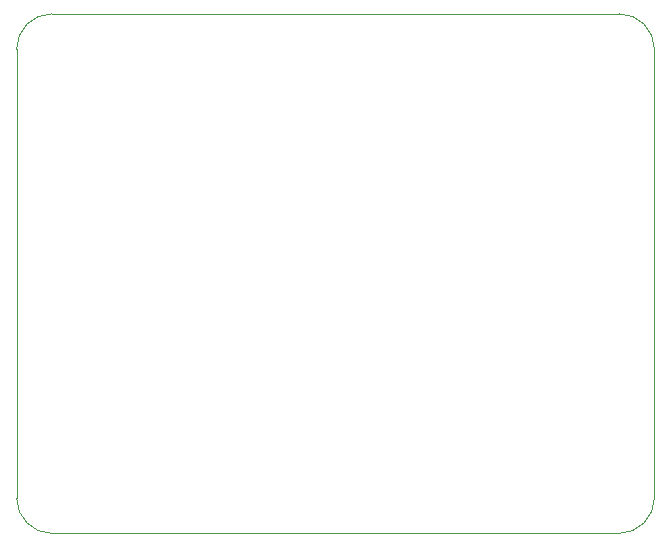
<source format=gbr>
%TF.GenerationSoftware,KiCad,Pcbnew,9.0.3*%
%TF.CreationDate,2025-07-25T20:49:55+05:30*%
%TF.ProjectId,HF-PA-v10,48462d50-412d-4763-9130-2e6b69636164,rev?*%
%TF.SameCoordinates,Original*%
%TF.FileFunction,Profile,NP*%
%FSLAX46Y46*%
G04 Gerber Fmt 4.6, Leading zero omitted, Abs format (unit mm)*
G04 Created by KiCad (PCBNEW 9.0.3) date 2025-07-25 20:49:55*
%MOMM*%
%LPD*%
G01*
G04 APERTURE LIST*
%TA.AperFunction,Profile*%
%ADD10C,0.100000*%
%TD*%
G04 APERTURE END LIST*
D10*
X51000000Y-44000000D02*
X3000000Y-44000000D01*
X54000000Y-3000000D02*
X54000000Y-41000000D01*
X3000000Y0D02*
X51000000Y0D01*
X0Y-3000000D02*
G75*
G02*
X3000000Y0I3000000J0D01*
G01*
X51000000Y0D02*
G75*
G02*
X54000000Y-3000000I0J-3000000D01*
G01*
X3000000Y-44000000D02*
G75*
G02*
X0Y-41000000I0J3000000D01*
G01*
X0Y-41000000D02*
X0Y-3000000D01*
X54000000Y-41000000D02*
G75*
G02*
X51000000Y-44000000I-3000000J0D01*
G01*
M02*

</source>
